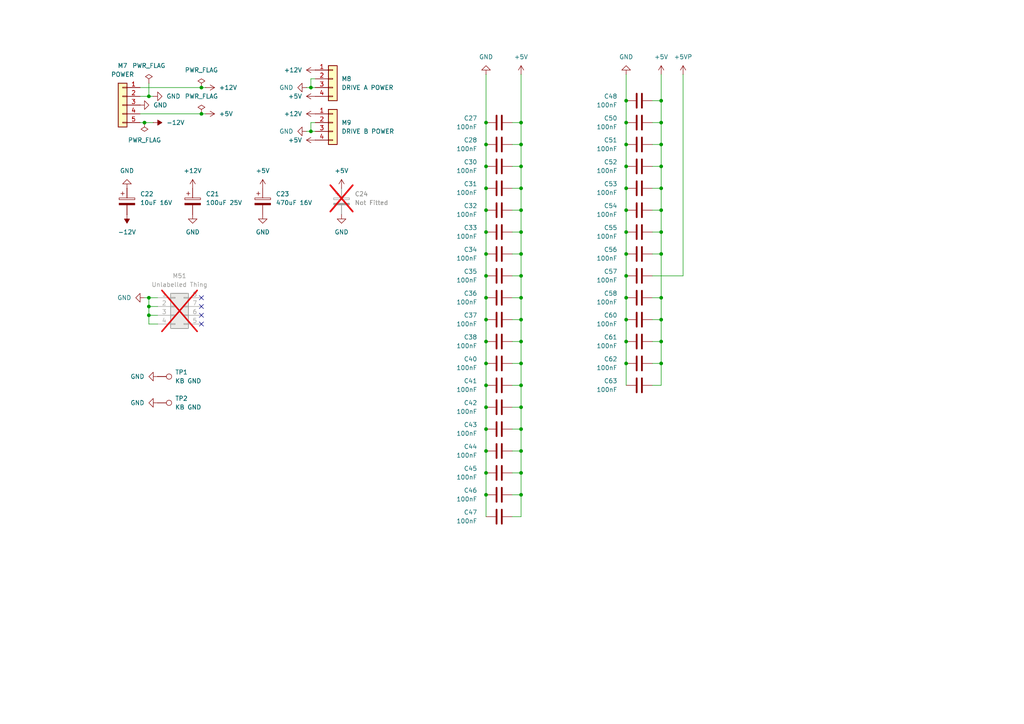
<source format=kicad_sch>
(kicad_sch (version 20250114) (generator "eeschema") (generator_version "9.0")
  (paper "A4")
  (lib_symbols
    (symbol "Connector:TestPoint" (pin_numbers (hide yes)) (pin_names (offset 0.762) (hide yes))
      (property "Reference" "TP" (at 0 6.858 0))
      (property "Value" "TestPoint" (at 0 5.08 0))
      (symbol "TestPoint_0_1"
        (circle (center 0 3.302) (radius 0.762))
      )
      (symbol "TestPoint_1_1"
        (pin passive line (at 0 0 90) (length 2.54) (name "1") (number "1"))
      )
    )
    (symbol "Connector_Generic:Conn_01x04" (pin_names (offset 1.016) (hide yes))
      (property "Reference" "J" (at 0 5.08 0))
      (property "Value" "Conn_01x04" (at 0 -7.62 0))
      (symbol "Conn_01x04_1_1"
        (rectangle (start -1.27 3.81) (end 1.27 -6.35) (stroke (width 0.254)) (fill (type background)))
        (rectangle (start -1.27 2.667) (end 0 2.413) (stroke (width 0.1524)))
        (rectangle (start -1.27 0.127) (end 0 -0.127) (stroke (width 0.1524)))
        (rectangle (start -1.27 -2.413) (end 0 -2.667) (stroke (width 0.1524)))
        (rectangle (start -1.27 -4.953) (end 0 -5.207) (stroke (width 0.1524)))
        (pin passive line (at -5.08 2.54 0) (length 3.81) (name "Pin_1") (number "1"))
        (pin passive line (at -5.08 0 0) (length 3.81) (name "Pin_2") (number "2"))
        (pin passive line (at -5.08 -2.54 0) (length 3.81) (name "Pin_3") (number "3"))
        (pin passive line (at -5.08 -5.08 0) (length 3.81) (name "Pin_4") (number "4"))
      )
    )
    (symbol "Connector_Generic:Conn_01x05" (pin_names (offset 1.016) (hide yes))
      (property "Reference" "J" (at 0 7.62 0))
      (property "Value" "Conn_01x05" (at 0 -7.62 0))
      (symbol "Conn_01x05_1_1"
        (rectangle (start -1.27 6.35) (end 1.27 -6.35) (stroke (width 0.254)) (fill (type background)))
        (rectangle (start -1.27 5.207) (end 0 4.953) (stroke (width 0.1524)))
        (rectangle (start -1.27 2.667) (end 0 2.413) (stroke (width 0.1524)))
        (rectangle (start -1.27 0.127) (end 0 -0.127) (stroke (width 0.1524)))
        (rectangle (start -1.27 -2.413) (end 0 -2.667) (stroke (width 0.1524)))
        (rectangle (start -1.27 -4.953) (end 0 -5.207) (stroke (width 0.1524)))
        (pin passive line (at -5.08 5.08 0) (length 3.81) (name "Pin_1") (number "1"))
        (pin passive line (at -5.08 2.54 0) (length 3.81) (name "Pin_2") (number "2"))
        (pin passive line (at -5.08 0 0) (length 3.81) (name "Pin_3") (number "3"))
        (pin passive line (at -5.08 -2.54 0) (length 3.81) (name "Pin_4") (number "4"))
        (pin passive line (at -5.08 -5.08 0) (length 3.81) (name "Pin_5") (number "5"))
      )
    )
    (symbol "Connector_Generic:Conn_02x04_Counter_Clockwise" (pin_names (offset 1.016) (hide yes))
      (property "Reference" "J" (at 1.27 5.08 0))
      (property "Value" "Conn_02x04_Counter_Clockwise" (at 1.27 -7.62 0))
      (symbol "Conn_02x04_Counter_Clockwise_1_1"
        (rectangle (start -1.27 3.81) (end 3.81 -6.35) (stroke (width 0.254)) (fill (type background)))
        (rectangle (start -1.27 2.667) (end 0 2.413) (stroke (width 0.1524)))
        (rectangle (start -1.27 0.127) (end 0 -0.127) (stroke (width 0.1524)))
        (rectangle (start -1.27 -2.413) (end 0 -2.667) (stroke (width 0.1524)))
        (rectangle (start -1.27 -4.953) (end 0 -5.207) (stroke (width 0.1524)))
        (rectangle (start 3.81 2.667) (end 2.54 2.413) (stroke (width 0.1524)))
        (rectangle (start 3.81 0.127) (end 2.54 -0.127) (stroke (width 0.1524)))
        (rectangle (start 3.81 -2.413) (end 2.54 -2.667) (stroke (width 0.1524)))
        (rectangle (start 3.81 -4.953) (end 2.54 -5.207) (stroke (width 0.1524)))
        (pin passive line (at -5.08 2.54 0) (length 3.81) (name "Pin_1") (number "1"))
        (pin passive line (at -5.08 0 0) (length 3.81) (name "Pin_2") (number "2"))
        (pin passive line (at -5.08 -2.54 0) (length 3.81) (name "Pin_3") (number "3"))
        (pin passive line (at -5.08 -5.08 0) (length 3.81) (name "Pin_4") (number "4"))
        (pin passive line (at 7.62 2.54 180) (length 3.81) (name "Pin_8") (number "8"))
        (pin passive line (at 7.62 0 180) (length 3.81) (name "Pin_7") (number "7"))
        (pin passive line (at 7.62 -2.54 180) (length 3.81) (name "Pin_6") (number "6"))
        (pin passive line (at 7.62 -5.08 180) (length 3.81) (name "Pin_5") (number "5"))
      )
    )
    (symbol "Device:C" (pin_numbers (hide yes)) (pin_names (offset 0.254))
      (property "Reference" "C" (at 0.635 2.54 0))
      (property "Value" "C" (at 0.635 -2.54 0))
      (symbol "C_0_1"
        (polyline (pts (xy -2.032 0.762) (xy 2.032 0.762)) (stroke (width 0.508)))
        (polyline (pts (xy -2.032 -0.762) (xy 2.032 -0.762)) (stroke (width 0.508)))
      )
      (symbol "C_1_1"
        (pin passive line (at 0 3.81 270) (length 2.794) (name "~") (number "1"))
        (pin passive line (at 0 -3.81 90) (length 2.794) (name "~") (number "2"))
      )
    )
    (symbol "Device:C_Polarized" (pin_numbers (hide yes)) (pin_names (offset 0.254))
      (property "Reference" "C" (at 0.635 2.54 0))
      (property "Value" "C_Polarized" (at 0.635 -2.54 0))
      (symbol "C_Polarized_0_1"
        (rectangle (start -2.286 0.508) (end 2.286 1.016))
        (polyline (pts (xy -1.778 2.286) (xy -0.762 2.286)))
        (polyline (pts (xy -1.27 2.794) (xy -1.27 1.778)))
        (rectangle (start 2.286 -0.508) (end -2.286 -1.016) (fill (type outline)))
      )
      (symbol "C_Polarized_1_1"
        (pin passive line (at 0 3.81 270) (length 2.794) (name "~") (number "1"))
        (pin passive line (at 0 -3.81 90) (length 2.794) (name "~") (number "2"))
      )
    )
    (symbol "power:+12V" (power) (pin_numbers (hide yes)) (pin_names (offset 0) (hide yes))
      (property "Value" "+12V" (at 0 3.556 0))
      (symbol "+12V_0_1"
        (polyline (pts (xy -0.762 1.27) (xy 0 2.54)))
        (polyline (pts (xy 0 2.54) (xy 0.762 1.27)))
        (polyline (pts (xy 0 0) (xy 0 2.54)))
      )
      (symbol "+12V_1_1"
        (pin power_in line (at 0 0 90) (length 0) (name "~") (number "1"))
      )
    )
    (symbol "power:+5V" (power) (pin_numbers (hide yes)) (pin_names (offset 0) (hide yes))
      (property "Value" "+5V" (at 0 3.556 0))
      (symbol "+5V_0_1"
        (polyline (pts (xy -0.762 1.27) (xy 0 2.54)))
        (polyline (pts (xy 0 2.54) (xy 0.762 1.27)))
        (polyline (pts (xy 0 0) (xy 0 2.54)))
      )
      (symbol "+5V_1_1"
        (pin power_in line (at 0 0 90) (length 0) (name "~") (number "1"))
      )
    )
    (symbol "power:+5VP" (power) (pin_numbers (hide yes)) (pin_names (offset 0) (hide yes))
      (property "Value" "+5VP" (at 0 3.556 0))
      (symbol "+5VP_0_1"
        (polyline (pts (xy -0.762 1.27) (xy 0 2.54)))
        (polyline (pts (xy 0 2.54) (xy 0.762 1.27)))
        (polyline (pts (xy 0 0) (xy 0 2.54)))
      )
      (symbol "+5VP_1_1"
        (pin power_in line (at 0 0 90) (length 0) (name "~") (number "1"))
      )
    )
    (symbol "power:-12V" (power) (pin_numbers (hide yes)) (pin_names (offset 0) (hide yes))
      (property "Value" "-12V" (at 0 3.556 0))
      (symbol "-12V_0_0"
        (pin power_in line (at 0 0 90) (length 0) (name "~") (number "1"))
      )
      (symbol "-12V_0_1"
        (polyline (pts (xy 0 0) (xy 0 1.27) (xy 0.762 1.27) (xy 0 2.54) (xy -0.762 1.27) (xy 0 1.27)) (fill (type outline)))
      )
    )
    (symbol "power:GND" (power) (pin_numbers (hide yes)) (pin_names (offset 0) (hide yes))
      (property "Value" "GND" (at 0 -3.81 0))
      (symbol "GND_0_1"
        (polyline (pts (xy 0 0) (xy 0 -1.27) (xy 1.27 -1.27) (xy 0 -2.54) (xy -1.27 -1.27) (xy 0 -1.27)))
      )
      (symbol "GND_1_1"
        (pin power_in line (at 0 0 270) (length 0) (name "~") (number "1"))
      )
    )
    (symbol "power:PWR_FLAG" (power) (pin_numbers (hide yes)) (pin_names (offset 0) (hide yes))
      (property "Value" "PWR_FLAG" (at 0 3.81 0))
      (symbol "PWR_FLAG_0_0"
        (pin power_out line (at 0 0 90) (length 0) (name "~") (number "1"))
      )
      (symbol "PWR_FLAG_0_1"
        (polyline (pts (xy 0 0) (xy 0 1.27) (xy -1.016 1.905) (xy 0 2.54) (xy 1.016 1.905) (xy 0 1.27)))
      )
    )
  )
  (junction (at 181.61 29.21))
  (junction (at 140.97 73.66))
  (junction (at 191.77 86.36))
  (junction (at 181.61 60.96))
  (junction (at 181.61 67.31))
  (junction (at 151.13 80.01))
  (junction (at 151.13 41.91))
  (junction (at 191.77 41.91))
  (junction (at 140.97 143.51))
  (junction (at 140.97 67.31))
  (junction (at 151.13 67.31))
  (junction (at 140.97 99.06))
  (junction (at 90.17 25.4))
  (junction (at 140.97 86.36))
  (junction (at 181.61 73.66))
  (junction (at 181.61 80.01))
  (junction (at 140.97 80.01))
  (junction (at 151.13 130.81))
  (junction (at 191.77 73.66))
  (junction (at 181.61 41.91))
  (junction (at 151.13 60.96))
  (junction (at 140.97 60.96))
  (junction (at 140.97 41.91))
  (junction (at 140.97 111.76))
  (junction (at 191.77 29.21))
  (junction (at 151.13 105.41))
  (junction (at 151.13 111.76))
  (junction (at 140.97 118.11))
  (junction (at 43.18 27.94))
  (junction (at 151.13 143.51))
  (junction (at 90.17 38.1))
  (junction (at 151.13 48.26))
  (junction (at 43.18 86.36))
  (junction (at 140.97 130.81))
  (junction (at 151.13 73.66))
  (junction (at 151.13 99.06))
  (junction (at 43.18 91.44))
  (junction (at 191.77 92.71))
  (junction (at 151.13 86.36))
  (junction (at 191.77 105.41))
  (junction (at 58.42 33.02))
  (junction (at 191.77 54.61))
  (junction (at 140.97 48.26))
  (junction (at 140.97 137.16))
  (junction (at 151.13 92.71))
  (junction (at 181.61 99.06))
  (junction (at 140.97 105.41))
  (junction (at 191.77 67.31))
  (junction (at 181.61 105.41))
  (junction (at 140.97 35.56))
  (junction (at 151.13 35.56))
  (junction (at 181.61 86.36))
  (junction (at 151.13 118.11))
  (junction (at 140.97 124.46))
  (junction (at 181.61 35.56))
  (junction (at 58.42 25.4))
  (junction (at 191.77 48.26))
  (junction (at 151.13 137.16))
  (junction (at 191.77 60.96))
  (junction (at 41.91 35.56))
  (junction (at 43.18 88.9))
  (junction (at 191.77 99.06))
  (junction (at 191.77 35.56))
  (junction (at 181.61 92.71))
  (junction (at 151.13 54.61))
  (junction (at 181.61 54.61))
  (junction (at 181.61 48.26))
  (junction (at 140.97 92.71))
  (junction (at 140.97 54.61))
  (junction (at 151.13 124.46))
  (no_connect (at 58.42 93.98))
  (no_connect (at 58.42 86.36))
  (no_connect (at 58.42 88.9))
  (no_connect (at 58.42 91.44))
  (wire (pts (xy 140.97 80.01) (xy 140.97 86.36)))
  (wire (pts (xy 189.23 80.01) (xy 198.12 80.01)))
  (wire (pts (xy 198.12 21.59) (xy 198.12 80.01)))
  (wire (pts (xy 90.17 35.56) (xy 90.17 38.1)))
  (wire (pts (xy 43.18 91.44) (xy 45.72 91.44)))
  (wire (pts (xy 189.23 67.31) (xy 191.77 67.31)))
  (wire (pts (xy 91.44 35.56) (xy 90.17 35.56)))
  (wire (pts (xy 90.17 38.1) (xy 91.44 38.1)))
  (wire (pts (xy 151.13 137.16) (xy 151.13 143.51)))
  (wire (pts (xy 181.61 73.66) (xy 181.61 80.01)))
  (wire (pts (xy 189.23 92.71) (xy 191.77 92.71)))
  (wire (pts (xy 189.23 41.91) (xy 191.77 41.91)))
  (wire (pts (xy 148.59 111.76) (xy 151.13 111.76)))
  (wire (pts (xy 191.77 92.71) (xy 191.77 99.06)))
  (wire (pts (xy 58.42 25.4) (xy 40.64 25.4)))
  (wire (pts (xy 189.23 35.56) (xy 191.77 35.56)))
  (wire (pts (xy 41.91 35.56) (xy 40.64 35.56)))
  (wire (pts (xy 189.23 60.96) (xy 191.77 60.96)))
  (wire (pts (xy 43.18 88.9) (xy 43.18 86.36)))
  (wire (pts (xy 43.18 86.36) (xy 45.72 86.36)))
  (wire (pts (xy 140.97 137.16) (xy 140.97 143.51)))
  (wire (pts (xy 140.97 86.36) (xy 140.97 92.71)))
  (wire (pts (xy 151.13 99.06) (xy 151.13 105.41)))
  (wire (pts (xy 151.13 35.56) (xy 151.13 41.91)))
  (wire (pts (xy 88.9 38.1) (xy 90.17 38.1)))
  (wire (pts (xy 148.59 124.46) (xy 151.13 124.46)))
  (wire (pts (xy 151.13 41.91) (xy 151.13 48.26)))
  (wire (pts (xy 151.13 124.46) (xy 151.13 130.81)))
  (wire (pts (xy 189.23 54.61) (xy 191.77 54.61)))
  (wire (pts (xy 88.9 25.4) (xy 90.17 25.4)))
  (wire (pts (xy 43.18 24.13) (xy 43.18 27.94)))
  (wire (pts (xy 44.45 35.56) (xy 41.91 35.56)))
  (wire (pts (xy 189.23 86.36) (xy 191.77 86.36)))
  (wire (pts (xy 151.13 130.81) (xy 151.13 137.16)))
  (wire (pts (xy 151.13 80.01) (xy 151.13 86.36)))
  (wire (pts (xy 148.59 92.71) (xy 151.13 92.71)))
  (wire (pts (xy 191.77 48.26) (xy 191.77 54.61)))
  (wire (pts (xy 181.61 35.56) (xy 181.61 41.91)))
  (wire (pts (xy 181.61 67.31) (xy 181.61 73.66)))
  (wire (pts (xy 151.13 118.11) (xy 151.13 124.46)))
  (wire (pts (xy 90.17 22.86) (xy 90.17 25.4)))
  (wire (pts (xy 189.23 73.66) (xy 191.77 73.66)))
  (wire (pts (xy 148.59 99.06) (xy 151.13 99.06)))
  (wire (pts (xy 140.97 92.71) (xy 140.97 99.06)))
  (wire (pts (xy 59.69 33.02) (xy 58.42 33.02)))
  (wire (pts (xy 181.61 92.71) (xy 181.61 99.06)))
  (wire (pts (xy 43.18 88.9) (xy 45.72 88.9)))
  (wire (pts (xy 43.18 91.44) (xy 43.18 88.9)))
  (wire (pts (xy 148.59 41.91) (xy 151.13 41.91)))
  (wire (pts (xy 191.77 73.66) (xy 191.77 86.36)))
  (wire (pts (xy 140.97 73.66) (xy 140.97 80.01)))
  (wire (pts (xy 140.97 54.61) (xy 140.97 60.96)))
  (wire (pts (xy 140.97 124.46) (xy 140.97 130.81)))
  (wire (pts (xy 181.61 60.96) (xy 181.61 67.31)))
  (wire (pts (xy 189.23 105.41) (xy 191.77 105.41)))
  (wire (pts (xy 151.13 60.96) (xy 151.13 67.31)))
  (wire (pts (xy 151.13 105.41) (xy 151.13 111.76)))
  (wire (pts (xy 181.61 21.59) (xy 181.61 29.21)))
  (wire (pts (xy 140.97 143.51) (xy 140.97 149.86)))
  (wire (pts (xy 148.59 86.36) (xy 151.13 86.36)))
  (wire (pts (xy 140.97 35.56) (xy 140.97 41.91)))
  (wire (pts (xy 140.97 60.96) (xy 140.97 67.31)))
  (wire (pts (xy 181.61 99.06) (xy 181.61 105.41)))
  (wire (pts (xy 191.77 67.31) (xy 191.77 73.66)))
  (wire (pts (xy 191.77 54.61) (xy 191.77 60.96)))
  (wire (pts (xy 181.61 41.91) (xy 181.61 48.26)))
  (wire (pts (xy 91.44 22.86) (xy 90.17 22.86)))
  (wire (pts (xy 148.59 48.26) (xy 151.13 48.26)))
  (wire (pts (xy 181.61 86.36) (xy 181.61 92.71)))
  (wire (pts (xy 140.97 111.76) (xy 140.97 118.11)))
  (wire (pts (xy 191.77 29.21) (xy 191.77 35.56)))
  (wire (pts (xy 148.59 67.31) (xy 151.13 67.31)))
  (wire (pts (xy 151.13 92.71) (xy 151.13 99.06)))
  (wire (pts (xy 43.18 93.98) (xy 43.18 91.44)))
  (wire (pts (xy 151.13 67.31) (xy 151.13 73.66)))
  (wire (pts (xy 189.23 29.21) (xy 191.77 29.21)))
  (wire (pts (xy 151.13 143.51) (xy 151.13 149.86)))
  (wire (pts (xy 148.59 149.86) (xy 151.13 149.86)))
  (wire (pts (xy 44.45 27.94) (xy 43.18 27.94)))
  (wire (pts (xy 90.17 25.4) (xy 91.44 25.4)))
  (wire (pts (xy 140.97 99.06) (xy 140.97 105.41)))
  (wire (pts (xy 151.13 48.26) (xy 151.13 54.61)))
  (wire (pts (xy 140.97 130.81) (xy 140.97 137.16)))
  (wire (pts (xy 148.59 54.61) (xy 151.13 54.61)))
  (wire (pts (xy 189.23 111.76) (xy 191.77 111.76)))
  (wire (pts (xy 140.97 118.11) (xy 140.97 124.46)))
  (wire (pts (xy 151.13 54.61) (xy 151.13 60.96)))
  (wire (pts (xy 191.77 86.36) (xy 191.77 92.71)))
  (wire (pts (xy 151.13 86.36) (xy 151.13 92.71)))
  (wire (pts (xy 151.13 111.76) (xy 151.13 118.11)))
  (wire (pts (xy 59.69 25.4) (xy 58.42 25.4)))
  (wire (pts (xy 148.59 35.56) (xy 151.13 35.56)))
  (wire (pts (xy 140.97 21.59) (xy 140.97 35.56)))
  (wire (pts (xy 181.61 54.61) (xy 181.61 60.96)))
  (wire (pts (xy 148.59 143.51) (xy 151.13 143.51)))
  (wire (pts (xy 148.59 130.81) (xy 151.13 130.81)))
  (wire (pts (xy 189.23 48.26) (xy 191.77 48.26)))
  (wire (pts (xy 191.77 60.96) (xy 191.77 67.31)))
  (wire (pts (xy 148.59 73.66) (xy 151.13 73.66)))
  (wire (pts (xy 181.61 80.01) (xy 181.61 86.36)))
  (wire (pts (xy 58.42 33.02) (xy 40.64 33.02)))
  (wire (pts (xy 140.97 67.31) (xy 140.97 73.66)))
  (wire (pts (xy 191.77 99.06) (xy 191.77 105.41)))
  (wire (pts (xy 189.23 99.06) (xy 191.77 99.06)))
  (wire (pts (xy 45.72 93.98) (xy 43.18 93.98)))
  (wire (pts (xy 140.97 105.41) (xy 140.97 111.76)))
  (wire (pts (xy 151.13 73.66) (xy 151.13 80.01)))
  (wire (pts (xy 191.77 41.91) (xy 191.77 48.26)))
  (wire (pts (xy 41.91 86.36) (xy 43.18 86.36)))
  (wire (pts (xy 191.77 35.56) (xy 191.77 41.91)))
  (wire (pts (xy 181.61 105.41) (xy 181.61 111.76)))
  (wire (pts (xy 140.97 41.91) (xy 140.97 48.26)))
  (wire (pts (xy 191.77 21.59) (xy 191.77 29.21)))
  (wire (pts (xy 148.59 60.96) (xy 151.13 60.96)))
  (wire (pts (xy 43.18 27.94) (xy 40.64 27.94)))
  (wire (pts (xy 151.13 21.59) (xy 151.13 35.56)))
  (wire (pts (xy 140.97 48.26) (xy 140.97 54.61)))
  (wire (pts (xy 181.61 29.21) (xy 181.61 35.56)))
  (wire (pts (xy 148.59 80.01) (xy 151.13 80.01)))
  (wire (pts (xy 191.77 105.41) (xy 191.77 111.76)))
  (wire (pts (xy 148.59 105.41) (xy 151.13 105.41)))
  (wire (pts (xy 148.59 137.16) (xy 151.13 137.16)))
  (wire (pts (xy 181.61 48.26) (xy 181.61 54.61)))
  (wire (pts (xy 148.59 118.11) (xy 151.13 118.11)))
  (symbol (lib_id "Device:C") (at 185.42 99.06 90) (unit 1)
    (property "Reference" "C61" (at 179.07 97.79 90) (effects (justify left)))
    (property "Value" "100nF" (at 179.07 100.33 90) (effects (justify left)))
    (property "Footprint" "Einstein:C_Disc_10.16mm" (effects (hide yes)))
    (property "Description" "Unpolarized capacitor" (effects (hide yes)))
  )
  (symbol (lib_id "Device:C") (at 185.42 86.36 90) (unit 1)
    (property "Reference" "C58" (at 179.07 85.09 90) (effects (justify left)))
    (property "Value" "100nF" (at 179.07 87.63 90) (effects (justify left)))
    (property "Footprint" "Einstein:C_Disc_10.16mm" (effects (hide yes)))
    (property "Description" "Unpolarized capacitor" (effects (hide yes)))
  )
  (symbol (lib_id "Device:C") (at 185.42 92.71 90) (unit 1)
    (property "Reference" "C60" (at 179.07 91.44 90) (effects (justify left)))
    (property "Value" "100nF" (at 179.07 93.98 90) (effects (justify left)))
    (property "Footprint" "Einstein:C_Disc_10.16mm" (effects (hide yes)))
    (property "Description" "Unpolarized capacitor" (effects (hide yes)))
  )
  (symbol (lib_id "Device:C_Polarized") (at 99.06 58.42 0) (unit 1) (in_bom no) (dnp yes)
    (property "Reference" "C24" (at 102.87 56.2609 0) (effects (justify left)))
    (property "Value" "Not Fitted" (at 102.87 58.8009 0) (effects (justify left)))
    (property "Footprint" "Einstein:Elec_5.08mm - Big Box" (effects (hide yes)))
    (property "Description" "Polarized capacitor" (effects (hide yes)))
  )
  (symbol (lib_id "Device:C") (at 144.78 143.51 90) (unit 1)
    (property "Reference" "C46" (at 138.43 142.24 90) (effects (justify left)))
    (property "Value" "100nF" (at 138.43 144.78 90) (effects (justify left)))
    (property "Footprint" "Einstein:C_Disc_10.16mm" (effects (hide yes)))
    (property "Description" "Unpolarized capacitor" (effects (hide yes)))
  )
  (symbol (lib_id "power:GND") (at 181.61 21.59 180) (unit 1)
    (property "Reference" "#PWR0258" (effects (hide yes)))
    (property "Value" "GND" (at 181.61 16.51 0))
    (property "Description" "Power symbol creates a global label with name \"GND\" , ground" (effects (hide yes)))
  )
  (symbol (lib_id "Device:C_Polarized") (at 76.2 58.42 0) (unit 1)
    (property "Reference" "C23" (at 80.01 56.2609 0) (effects (justify left)))
    (property "Value" "470uF 16V" (at 80.01 58.8009 0) (effects (justify left)))
    (property "Footprint" "Einstein:Elec_5.08mm - Big Box" (effects (hide yes)))
    (property "Description" "Polarized capacitor" (effects (hide yes)))
  )
  (symbol (lib_id "power:+5VP") (at 198.12 21.59 0) (unit 1)
    (property "Reference" "#PWR0267" (effects (hide yes)))
    (property "Value" "+5VP" (at 198.12 16.51 0))
    (property "Description" "Power symbol creates a global label with name \"+5VP\"" (effects (hide yes)))
  )
  (symbol (lib_id "power:+5V") (at 91.44 27.94 90) (unit 1)
    (property "Reference" "#PWR0186" (effects (hide yes)))
    (property "Value" "+5V" (at 87.63 27.9399 90) (effects (justify left)))
    (property "Description" "Power symbol creates a global label with name \"+5V\"" (effects (hide yes)))
  )
  (symbol (lib_id "Device:C") (at 185.42 60.96 90) (unit 1)
    (property "Reference" "C54" (at 179.07 59.69 90) (effects (justify left)))
    (property "Value" "100nF" (at 179.07 62.23 90) (effects (justify left)))
    (property "Footprint" "Einstein:C_Disc_10.16mm" (effects (hide yes)))
    (property "Description" "Unpolarized capacitor" (effects (hide yes)))
  )
  (symbol (lib_id "Device:C") (at 144.78 41.91 90) (unit 1)
    (property "Reference" "C28" (at 138.43 40.64 90) (effects (justify left)))
    (property "Value" "100nF" (at 138.43 43.18 90) (effects (justify left)))
    (property "Footprint" "Einstein:C_Disc_10.16mm" (effects (hide yes)))
    (property "Description" "Unpolarized capacitor" (effects (hide yes)))
  )
  (symbol (lib_id "Device:C") (at 185.42 67.31 90) (unit 1)
    (property "Reference" "C55" (at 179.07 66.04 90) (effects (justify left)))
    (property "Value" "100nF" (at 179.07 68.58 90) (effects (justify left)))
    (property "Footprint" "Einstein:C_Disc_10.16mm" (effects (hide yes)))
    (property "Description" "Unpolarized capacitor" (effects (hide yes)))
  )
  (symbol (lib_id "Device:C") (at 144.78 130.81 90) (unit 1)
    (property "Reference" "C44" (at 138.43 129.54 90) (effects (justify left)))
    (property "Value" "100nF" (at 138.43 132.08 90) (effects (justify left)))
    (property "Footprint" "Einstein:C_Disc_10.16mm" (effects (hide yes)))
    (property "Description" "Unpolarized capacitor" (effects (hide yes)))
  )
  (symbol (lib_id "power:+5V") (at 76.2 54.61 0) (unit 1)
    (property "Reference" "#PWR0200" (effects (hide yes)))
    (property "Value" "+5V" (at 76.2 49.53 0))
    (property "Description" "Power symbol creates a global label with name \"+5V\"" (effects (hide yes)))
  )
  (symbol (lib_id "power:GND") (at 88.9 38.1 270) (unit 1)
    (property "Reference" "#PWR0188" (effects (hide yes)))
    (property "Value" "GND" (at 85.09 38.0999 90) (effects (justify right)))
    (property "Description" "Power symbol creates a global label with name \"GND\" , ground" (effects (hide yes)))
  )
  (symbol (lib_id "power:+12V") (at 55.88 54.61 0) (unit 1)
    (property "Reference" "#PWR0199" (effects (hide yes)))
    (property "Value" "+12V" (at 55.88 49.53 0))
    (property "Description" "Power symbol creates a global label with name \"+12V\"" (effects (hide yes)))
  )
  (symbol (lib_id "Connector:TestPoint") (at 45.72 116.84 270) (unit 1)
    (property "Reference" "TP2" (at 50.8 115.5699 90) (effects (justify left)))
    (property "Value" "KB GND" (at 50.8 118.1099 90) (effects (justify left)))
    (property "Footprint" "TestPoint:TestPoint_THTPad_D1.0mm_Drill0.5mm" (effects (hide yes)))
    (property "Description" "test point" (effects (hide yes)))
  )
  (symbol (lib_id "power:GND") (at 55.88 62.23 0) (unit 1)
    (property "Reference" "#PWR0198" (effects (hide yes)))
    (property "Value" "GND" (at 55.88 67.31 0))
    (property "Description" "Power symbol creates a global label with name \"GND\" , ground" (effects (hide yes)))
  )
  (symbol (lib_id "power:+5V") (at 91.44 40.64 90) (unit 1)
    (property "Reference" "#PWR0190" (effects (hide yes)))
    (property "Value" "+5V" (at 87.63 40.6399 90) (effects (justify left)))
    (property "Description" "Power symbol creates a global label with name \"+5V\"" (effects (hide yes)))
  )
  (symbol (lib_id "power:GND") (at 99.06 62.23 0) (unit 1)
    (property "Reference" "#PWR0266" (effects (hide yes)))
    (property "Value" "GND" (at 99.06 67.31 0))
    (property "Description" "Power symbol creates a global label with name \"GND\" , ground" (effects (hide yes)))
  )
  (symbol (lib_id "Device:C") (at 144.78 124.46 90) (unit 1)
    (property "Reference" "C43" (at 138.43 123.19 90) (effects (justify left)))
    (property "Value" "100nF" (at 138.43 125.73 90) (effects (justify left)))
    (property "Footprint" "Einstein:C_Disc_10.16mm" (effects (hide yes)))
    (property "Description" "Unpolarized capacitor" (effects (hide yes)))
  )
  (symbol (lib_id "power:GND") (at 40.64 30.48 90) (unit 1)
    (property "Reference" "#PWR0192" (effects (hide yes)))
    (property "Value" "GND" (at 44.45 30.4799 90) (effects (justify right)))
    (property "Description" "Power symbol creates a global label with name \"GND\" , ground" (effects (hide yes)))
  )
  (symbol (lib_id "power:PWR_FLAG") (at 41.91 35.56 180) (unit 1)
    (property "Reference" "#FLG03" (effects (hide yes)))
    (property "Value" "PWR_FLAG" (at 41.91 40.64 0))
    (property "Description" "Special symbol for telling ERC where power comes from" (effects (hide yes)))
  )
  (symbol (lib_id "Device:C_Polarized") (at 55.88 58.42 0) (unit 1)
    (property "Reference" "C21" (at 59.69 56.2609 0) (effects (justify left)))
    (property "Value" "100uF 25V" (at 59.69 58.8009 0) (effects (justify left)))
    (property "Footprint" "Einstein:Elec_5.08mm - Big Box" (effects (hide yes)))
    (property "Description" "Polarized capacitor" (effects (hide yes)))
  )
  (symbol (lib_id "power:+5V") (at 151.13 21.59 0) (unit 1)
    (property "Reference" "#PWR0256" (effects (hide yes)))
    (property "Value" "+5V" (at 151.13 16.51 0))
    (property "Description" "Power symbol creates a global label with name \"+5V\"" (effects (hide yes)))
  )
  (symbol (lib_id "power:PWR_FLAG") (at 58.42 33.02 0) (unit 1)
    (property "Reference" "#FLG01" (effects (hide yes)))
    (property "Value" "PWR_FLAG" (at 58.42 27.94 0))
    (property "Description" "Special symbol for telling ERC where power comes from" (effects (hide yes)))
  )
  (symbol (lib_id "Device:C_Polarized") (at 36.83 58.42 0) (unit 1)
    (property "Reference" "C22" (at 40.64 56.2609 0) (effects (justify left)))
    (property "Value" "10uF 16V" (at 40.64 58.8009 0) (effects (justify left)))
    (property "Footprint" "Einstein:Elec_5.08mm - Box" (effects (hide yes)))
    (property "Description" "Polarized capacitor" (effects (hide yes)))
  )
  (symbol (lib_id "power:-12V") (at 36.83 62.23 180) (unit 1)
    (property "Reference" "#PWR0196" (effects (hide yes)))
    (property "Value" "-12V" (at 36.83 67.31 0))
    (property "Description" "Power symbol creates a global label with name \"-12V\"" (effects (hide yes)))
  )
  (symbol (lib_id "Device:C") (at 185.42 35.56 90) (unit 1)
    (property "Reference" "C50" (at 179.07 34.29 90) (effects (justify left)))
    (property "Value" "100nF" (at 179.07 36.83 90) (effects (justify left)))
    (property "Footprint" "Einstein:C_Disc_10.16mm" (effects (hide yes)))
    (property "Description" "Unpolarized capacitor" (effects (hide yes)))
  )
  (symbol (lib_id "Device:C") (at 144.78 73.66 90) (unit 1)
    (property "Reference" "C34" (at 138.43 72.39 90) (effects (justify left)))
    (property "Value" "100nF" (at 138.43 74.93 90) (effects (justify left)))
    (property "Footprint" "Einstein:C_Disc_10.16mm" (effects (hide yes)))
    (property "Description" "Unpolarized capacitor" (effects (hide yes)))
  )
  (symbol (lib_id "Device:C") (at 144.78 67.31 90) (unit 1)
    (property "Reference" "C33" (at 138.43 66.04 90) (effects (justify left)))
    (property "Value" "100nF" (at 138.43 68.58 90) (effects (justify left)))
    (property "Footprint" "Einstein:C_Disc_10.16mm" (effects (hide yes)))
    (property "Description" "Unpolarized capacitor" (effects (hide yes)))
  )
  (symbol (lib_id "Device:C") (at 185.42 54.61 90) (unit 1)
    (property "Reference" "C53" (at 179.07 53.34 90) (effects (justify left)))
    (property "Value" "100nF" (at 179.07 55.88 90) (effects (justify left)))
    (property "Footprint" "Einstein:C_Disc_10.16mm" (effects (hide yes)))
    (property "Description" "Unpolarized capacitor" (effects (hide yes)))
  )
  (symbol (lib_id "Device:C") (at 185.42 73.66 90) (unit 1)
    (property "Reference" "C56" (at 179.07 72.39 90) (effects (justify left)))
    (property "Value" "100nF" (at 179.07 74.93 90) (effects (justify left)))
    (property "Footprint" "Einstein:C_Disc_10.16mm" (effects (hide yes)))
    (property "Description" "Unpolarized capacitor" (effects (hide yes)))
  )
  (symbol (lib_id "Device:C") (at 144.78 149.86 90) (unit 1)
    (property "Reference" "C47" (at 138.43 148.59 90) (effects (justify left)))
    (property "Value" "100nF" (at 138.43 151.13 90) (effects (justify left)))
    (property "Footprint" "Einstein:C_Disc_10.16mm" (effects (hide yes)))
    (property "Description" "Unpolarized capacitor" (effects (hide yes)))
  )
  (symbol (lib_id "Device:C") (at 185.42 41.91 90) (unit 1)
    (property "Reference" "C51" (at 179.07 40.64 90) (effects (justify left)))
    (property "Value" "100nF" (at 179.07 43.18 90) (effects (justify left)))
    (property "Footprint" "Einstein:C_Disc_10.16mm" (effects (hide yes)))
    (property "Description" "Unpolarized capacitor" (effects (hide yes)))
  )
  (symbol (lib_id "Device:C") (at 144.78 80.01 90) (unit 1)
    (property "Reference" "C35" (at 138.43 78.74 90) (effects (justify left)))
    (property "Value" "100nF" (at 138.43 81.28 90) (effects (justify left)))
    (property "Footprint" "Einstein:C_Disc_10.16mm" (effects (hide yes)))
    (property "Description" "Unpolarized capacitor" (effects (hide yes)))
  )
  (symbol (lib_id "Device:C") (at 144.78 54.61 90) (unit 1)
    (property "Reference" "C31" (at 138.43 53.34 90) (effects (justify left)))
    (property "Value" "100nF" (at 138.43 55.88 90) (effects (justify left)))
    (property "Footprint" "Einstein:C_Disc_10.16mm" (effects (hide yes)))
    (property "Description" "Unpolarized capacitor" (effects (hide yes)))
  )
  (symbol (lib_id "power:GND") (at 45.72 116.84 270) (unit 1)
    (property "Reference" "#PWR0270" (effects (hide yes)))
    (property "Value" "GND" (at 41.91 116.8399 90) (effects (justify right)))
    (property "Description" "Power symbol creates a global label with name \"GND\" , ground" (effects (hide yes)))
  )
  (symbol (lib_id "Device:C") (at 185.42 29.21 90) (unit 1)
    (property "Reference" "C48" (at 179.07 27.94 90) (effects (justify left)))
    (property "Value" "100nF" (at 179.07 30.48 90) (effects (justify left)))
    (property "Footprint" "Einstein:C_Disc_10.16mm" (effects (hide yes)))
    (property "Description" "Unpolarized capacitor" (effects (hide yes)))
  )
  (symbol (lib_id "Device:C") (at 144.78 92.71 90) (unit 1)
    (property "Reference" "C37" (at 138.43 91.44 90) (effects (justify left)))
    (property "Value" "100nF" (at 138.43 93.98 90) (effects (justify left)))
    (property "Footprint" "Einstein:C_Disc_10.16mm" (effects (hide yes)))
    (property "Description" "Unpolarized capacitor" (effects (hide yes)))
  )
  (symbol (lib_id "power:GND") (at 76.2 62.23 0) (unit 1)
    (property "Reference" "#PWR0201" (effects (hide yes)))
    (property "Value" "GND" (at 76.2 67.31 0))
    (property "Description" "Power symbol creates a global label with name \"GND\" , ground" (effects (hide yes)))
  )
  (symbol (lib_id "Device:C") (at 185.42 111.76 90) (unit 1)
    (property "Reference" "C63" (at 179.07 110.49 90) (effects (justify left)))
    (property "Value" "100nF" (at 179.07 113.03 90) (effects (justify left)))
    (property "Footprint" "Einstein:C_Disc_10.16mm" (effects (hide yes)))
    (property "Description" "Unpolarized capacitor" (effects (hide yes)))
  )
  (symbol (lib_id "Connector_Generic:Conn_01x04") (at 96.52 35.56 0) (unit 1)
    (property "Reference" "M9" (at 99.06 35.5599 0) (effects (justify left)))
    (property "Value" "DRIVE B POWER" (at 99.06 38.0999 0) (effects (justify left)))
    (property "Footprint" "Einstein:Power 4" (effects (hide yes)))
    (property "Description" "Generic connector, single row, 01x04, script generated (kicad-library-utils/schlib/autogen/connector/)" (effects (hide yes)))
  )
  (symbol (lib_id "power:-12V") (at 44.45 35.56 270) (unit 1)
    (property "Reference" "#PWR0195" (effects (hide yes)))
    (property "Value" "-12V" (at 48.26 35.5599 90) (effects (justify left)))
    (property "Description" "Power symbol creates a global label with name \"-12V\"" (effects (hide yes)))
  )
  (symbol (lib_id "power:+12V") (at 91.44 20.32 90) (unit 1)
    (property "Reference" "#PWR0185" (effects (hide yes)))
    (property "Value" "+12V" (at 87.63 20.3199 90) (effects (justify left)))
    (property "Description" "Power symbol creates a global label with name \"+12V\"" (effects (hide yes)))
  )
  (symbol (lib_id "power:+5V") (at 191.77 21.59 0) (unit 1)
    (property "Reference" "#PWR0259" (effects (hide yes)))
    (property "Value" "+5V" (at 191.77 16.51 0))
    (property "Description" "Power symbol creates a global label with name \"+5V\"" (effects (hide yes)))
  )
  (symbol (lib_id "Device:C") (at 144.78 118.11 90) (unit 1)
    (property "Reference" "C42" (at 138.43 116.84 90) (effects (justify left)))
    (property "Value" "100nF" (at 138.43 119.38 90) (effects (justify left)))
    (property "Footprint" "Einstein:C_Disc_10.16mm" (effects (hide yes)))
    (property "Description" "Unpolarized capacitor" (effects (hide yes)))
  )
  (symbol (lib_id "power:GND") (at 44.45 27.94 90) (unit 1)
    (property "Reference" "#PWR0193" (effects (hide yes)))
    (property "Value" "GND" (at 48.26 27.9399 90) (effects (justify right)))
    (property "Description" "Power symbol creates a global label with name \"GND\" , ground" (effects (hide yes)))
  )
  (symbol (lib_id "Device:C") (at 144.78 137.16 90) (unit 1)
    (property "Reference" "C45" (at 138.43 135.89 90) (effects (justify left)))
    (property "Value" "100nF" (at 138.43 138.43 90) (effects (justify left)))
    (property "Footprint" "Einstein:C_Disc_10.16mm" (effects (hide yes)))
    (property "Description" "Unpolarized capacitor" (effects (hide yes)))
  )
  (symbol (lib_id "power:+5V") (at 99.06 54.61 0) (unit 1)
    (property "Reference" "#PWR0265" (effects (hide yes)))
    (property "Value" "+5V" (at 99.06 49.53 0))
    (property "Description" "Power symbol creates a global label with name \"+5V\"" (effects (hide yes)))
  )
  (symbol (lib_id "power:PWR_FLAG") (at 58.42 25.4 0) (unit 1)
    (property "Reference" "#FLG02" (effects (hide yes)))
    (property "Value" "PWR_FLAG" (at 58.42 20.32 0))
    (property "Description" "Special symbol for telling ERC where power comes from" (effects (hide yes)))
  )
  (symbol (lib_id "Device:C") (at 144.78 99.06 90) (unit 1)
    (property "Reference" "C38" (at 138.43 97.79 90) (effects (justify left)))
    (property "Value" "100nF" (at 138.43 100.33 90) (effects (justify left)))
    (property "Footprint" "Einstein:C_Disc_10.16mm" (effects (hide yes)))
    (property "Description" "Unpolarized capacitor" (effects (hide yes)))
  )
  (symbol (lib_id "Connector_Generic:Conn_01x04") (at 96.52 22.86 0) (unit 1)
    (property "Reference" "M8" (at 99.06 22.8599 0) (effects (justify left)))
    (property "Value" "DRIVE A POWER" (at 99.06 25.3999 0) (effects (justify left)))
    (property "Footprint" "Einstein:Power 4" (effects (hide yes)))
    (property "Description" "Generic connector, single row, 01x04, script generated (kicad-library-utils/schlib/autogen/connector/)" (effects (hide yes)))
  )
  (symbol (lib_id "power:+12V") (at 91.44 33.02 90) (unit 1)
    (property "Reference" "#PWR0189" (effects (hide yes)))
    (property "Value" "+12V" (at 87.63 33.0199 90) (effects (justify left)))
    (property "Description" "Power symbol creates a global label with name \"+12V\"" (effects (hide yes)))
  )
  (symbol (lib_id "power:GND") (at 45.72 109.22 270) (unit 1)
    (property "Reference" "#PWR0211" (effects (hide yes)))
    (property "Value" "GND" (at 41.91 109.2199 90) (effects (justify right)))
    (property "Description" "Power symbol creates a global label with name \"GND\" , ground" (effects (hide yes)))
  )
  (symbol (lib_id "Device:C") (at 144.78 105.41 90) (unit 1)
    (property "Reference" "C40" (at 138.43 104.14 90) (effects (justify left)))
    (property "Value" "100nF" (at 138.43 106.68 90) (effects (justify left)))
    (property "Footprint" "Einstein:C_Disc_10.16mm" (effects (hide yes)))
    (property "Description" "Unpolarized capacitor" (effects (hide yes)))
  )
  (symbol (lib_id "Connector_Generic:Conn_02x04_Counter_Clockwise") (at 50.8 88.9 0) (unit 1) (in_bom no) (dnp yes)
    (property "Reference" "M51" (at 52.07 80.01 0))
    (property "Value" "Unlabelled Thing" (at 52.07 82.55 0))
    (property "Footprint" "Einstein:Thing" (effects (hide yes)))
    (property "Description" "Generic connector, double row, 02x04, counter clockwise pin numbering scheme (similar to DIP package numbering), script generated (kicad-library-utils/schlib/autogen/connector/)" (effects (hide yes)))
  )
  (symbol (lib_id "Device:C") (at 144.78 60.96 90) (unit 1)
    (property "Reference" "C32" (at 138.43 59.69 90) (effects (justify left)))
    (property "Value" "100nF" (at 138.43 62.23 90) (effects (justify left)))
    (property "Footprint" "Einstein:C_Disc_10.16mm" (effects (hide yes)))
    (property "Description" "Unpolarized capacitor" (effects (hide yes)))
  )
  (symbol (lib_id "Device:C") (at 144.78 48.26 90) (unit 1)
    (property "Reference" "C30" (at 138.43 46.99 90) (effects (justify left)))
    (property "Value" "100nF" (at 138.43 49.53 90) (effects (justify left)))
    (property "Footprint" "Einstein:C_Disc_10.16mm" (effects (hide yes)))
    (property "Description" "Unpolarized capacitor" (effects (hide yes)))
  )
  (symbol (lib_id "Connector:TestPoint") (at 45.72 109.22 270) (unit 1)
    (property "Reference" "TP1" (at 50.8 107.9499 90) (effects (justify left)))
    (property "Value" "KB GND" (at 50.8 110.4899 90) (effects (justify left)))
    (property "Footprint" "TestPoint:TestPoint_THTPad_D1.0mm_Drill0.5mm" (effects (hide yes)))
    (property "Description" "test point" (effects (hide yes)))
  )
  (symbol (lib_id "Device:C") (at 185.42 80.01 90) (unit 1)
    (property "Reference" "C57" (at 179.07 78.74 90) (effects (justify left)))
    (property "Value" "100nF" (at 179.07 81.28 90) (effects (justify left)))
    (property "Footprint" "Einstein:C_Disc_10.16mm" (effects (hide yes)))
    (property "Description" "Unpolarized capacitor" (effects (hide yes)))
  )
  (symbol (lib_id "power:GND") (at 36.83 54.61 180) (unit 1)
    (property "Reference" "#PWR0197" (effects (hide yes)))
    (property "Value" "GND" (at 36.83 49.53 0))
    (property "Description" "Power symbol creates a global label with name \"GND\" , ground" (effects (hide yes)))
  )
  (symbol (lib_id "power:GND") (at 88.9 25.4 270) (unit 1)
    (property "Reference" "#PWR0187" (effects (hide yes)))
    (property "Value" "GND" (at 85.09 25.3999 90) (effects (justify right)))
    (property "Description" "Power symbol creates a global label with name \"GND\" , ground" (effects (hide yes)))
  )
  (symbol (lib_id "Connector_Generic:Conn_01x05") (at 35.56 30.48 0) (mirror y) (unit 1)
    (property "Reference" "M7" (at 35.56 19.05 0))
    (property "Value" "POWER" (at 35.56 21.59 0))
    (property "Footprint" "Einstein:Power 5" (effects (hide yes)))
    (property "Description" "Generic connector, single row, 01x05, script generated (kicad-library-utils/schlib/autogen/connector/)" (effects (hide yes)))
  )
  (symbol (lib_id "Device:C") (at 185.42 105.41 90) (unit 1)
    (property "Reference" "C62" (at 179.07 104.14 90) (effects (justify left)))
    (property "Value" "100nF" (at 179.07 106.68 90) (effects (justify left)))
    (property "Footprint" "Einstein:C_Disc_10.16mm" (effects (hide yes)))
    (property "Description" "Unpolarized capacitor" (effects (hide yes)))
  )
  (symbol (lib_id "power:+5V") (at 59.69 33.02 270) (unit 1)
    (property "Reference" "#PWR0194" (effects (hide yes)))
    (property "Value" "+5V" (at 63.5 33.0199 90) (effects (justify left)))
    (property "Description" "Power symbol creates a global label with name \"+5V\"" (effects (hide yes)))
  )
  (symbol (lib_id "Device:C") (at 144.78 86.36 90) (unit 1)
    (property "Reference" "C36" (at 138.43 85.09 90) (effects (justify left)))
    (property "Value" "100nF" (at 138.43 87.63 90) (effects (justify left)))
    (property "Footprint" "Einstein:C_Disc_10.16mm" (effects (hide yes)))
    (property "Description" "Unpolarized capacitor" (effects (hide yes)))
  )
  (symbol (lib_id "Device:C") (at 144.78 111.76 90) (unit 1)
    (property "Reference" "C41" (at 138.43 110.49 90) (effects (justify left)))
    (property "Value" "100nF" (at 138.43 113.03 90) (effects (justify left)))
    (property "Footprint" "Einstein:C_Disc_10.16mm" (effects (hide yes)))
    (property "Description" "Unpolarized capacitor" (effects (hide yes)))
  )
  (symbol (lib_id "power:GND") (at 41.91 86.36 270) (unit 1)
    (property "Reference" "#PWR0260" (effects (hide yes)))
    (property "Value" "GND" (at 38.1 86.3599 90) (effects (justify right)))
    (property "Description" "Power symbol creates a global label with name \"GND\" , ground" (effects (hide yes)))
  )
  (symbol (lib_id "Device:C") (at 185.42 48.26 90) (unit 1)
    (property "Reference" "C52" (at 179.07 46.99 90) (effects (justify left)))
    (property "Value" "100nF" (at 179.07 49.53 90) (effects (justify left)))
    (property "Footprint" "Einstein:C_Disc_10.16mm" (effects (hide yes)))
    (property "Description" "Unpolarized capacitor" (effects (hide yes)))
  )
  (symbol (lib_id "power:+12V") (at 59.69 25.4 270) (unit 1)
    (property "Reference" "#PWR0191" (effects (hide yes)))
    (property "Value" "+12V" (at 63.5 25.3999 90) (effects (justify left)))
    (property "Description" "Power symbol creates a global label with name \"+12V\"" (effects (hide yes)))
  )
  (symbol (lib_id "power:GND") (at 140.97 21.59 180) (unit 1)
    (property "Reference" "#PWR0257" (effects (hide yes)))
    (property "Value" "GND" (at 140.97 16.51 0))
    (property "Description" "Power symbol creates a global label with name \"GND\" , ground" (effects (hide yes)))
  )
  (symbol (lib_id "Device:C") (at 144.78 35.56 90) (unit 1)
    (property "Reference" "C27" (at 138.43 34.29 90) (effects (justify left)))
    (property "Value" "100nF" (at 138.43 36.83 90) (effects (justify left)))
    (property "Footprint" "Einstein:C_Disc_10.16mm" (effects (hide yes)))
    (property "Description" "Unpolarized capacitor" (effects (hide yes)))
  )
  (symbol (lib_id "power:PWR_FLAG") (at 43.18 24.13 0) (unit 1)
    (property "Reference" "#FLG04" (effects (hide yes)))
    (property "Value" "PWR_FLAG" (at 43.18 19.05 0))
    (property "Description" "Special symbol for telling ERC where power comes from" (effects (hide yes)))
  )
)
</source>
